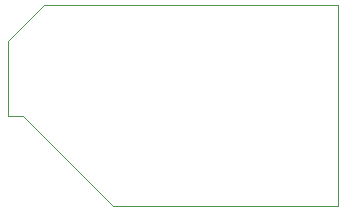
<source format=gbr>
G04 EAGLE Gerber RS-274X export*
G75*
%MOMM*%
%FSLAX34Y34*%
%LPD*%
%INOutline*%
%IPPOS*%
%AMOC8*
5,1,8,0,0,1.08239X$1,22.5*%
G01*
%ADD10C,0.000000*%


D10*
X88900Y0D02*
X279200Y0D01*
X0Y76200D02*
X0Y139700D01*
X30480Y170180D01*
X279400Y170180D01*
X279400Y0D01*
X88900Y0D02*
X12700Y76200D01*
X0Y76200D01*
M02*

</source>
